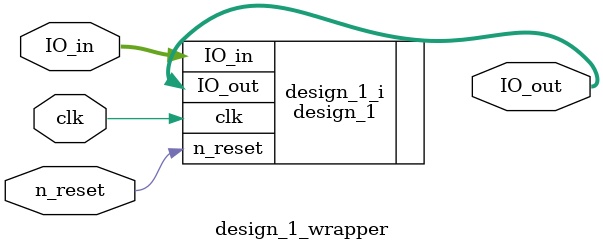
<source format=v>
`timescale 1 ps / 1 ps

module design_1_wrapper
   (IO_in,
    IO_out,
    clk,
    n_reset);
  input [3:0]IO_in;
  output [3:0]IO_out;
  input clk;
  input n_reset;

  wire [3:0]IO_in;
  wire [3:0]IO_out;
  wire clk;
  wire n_reset;

  design_1 design_1_i
       (.IO_in(IO_in),
        .IO_out(IO_out),
        .clk(clk),
        .n_reset(n_reset));
endmodule

</source>
